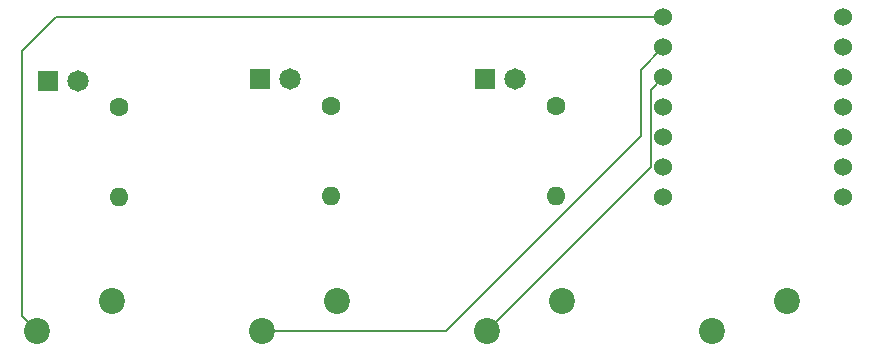
<source format=gbr>
%TF.GenerationSoftware,KiCad,Pcbnew,8.0.7*%
%TF.CreationDate,2025-06-30T14:07:42-04:00*%
%TF.ProjectId,pathfinder,70617468-6669-46e6-9465-722e6b696361,rev?*%
%TF.SameCoordinates,Original*%
%TF.FileFunction,Copper,L2,Bot*%
%TF.FilePolarity,Positive*%
%FSLAX46Y46*%
G04 Gerber Fmt 4.6, Leading zero omitted, Abs format (unit mm)*
G04 Created by KiCad (PCBNEW 8.0.7) date 2025-06-30 14:07:42*
%MOMM*%
%LPD*%
G01*
G04 APERTURE LIST*
%TA.AperFunction,ComponentPad*%
%ADD10C,1.524000*%
%TD*%
%TA.AperFunction,ComponentPad*%
%ADD11C,2.200000*%
%TD*%
%TA.AperFunction,ComponentPad*%
%ADD12O,1.600000X1.600000*%
%TD*%
%TA.AperFunction,ComponentPad*%
%ADD13C,1.600000*%
%TD*%
%TA.AperFunction,ComponentPad*%
%ADD14R,1.815000X1.815000*%
%TD*%
%TA.AperFunction,ComponentPad*%
%ADD15C,1.815000*%
%TD*%
%TA.AperFunction,Conductor*%
%ADD16C,0.200000*%
%TD*%
G04 APERTURE END LIST*
D10*
%TO.P,U1,14,VBUS*%
%TO.N,unconnected-(U1-VBUS-Pad14)*%
X193357500Y-92392500D03*
%TO.P,U1,13,GND*%
%TO.N,GND*%
X193357500Y-94932500D03*
%TO.P,U1,12,3V3*%
%TO.N,unconnected-(U1-3V3-Pad12)*%
X193357500Y-97472500D03*
%TO.P,U1,11,GPIO3/MOSI*%
%TO.N,unconnected-(U1-GPIO3{slash}MOSI-Pad11)*%
X193357500Y-100012500D03*
%TO.P,U1,10,GPIO4/MISO*%
%TO.N,unconnected-(U1-GPIO4{slash}MISO-Pad10)*%
X193357500Y-102552500D03*
%TO.P,U1,9,GPIO2/SCK*%
%TO.N,unconnected-(U1-GPIO2{slash}SCK-Pad9)*%
X193357500Y-105092500D03*
%TO.P,U1,8,GPIO1/RX*%
%TO.N,unconnected-(U1-GPIO1{slash}RX-Pad8)*%
X193357500Y-107632500D03*
%TO.P,U1,7,GPIO0/TX*%
%TO.N,LED3*%
X178117500Y-107632500D03*
%TO.P,U1,6,GPIO7/SCL*%
%TO.N,LED2*%
X178117500Y-105092500D03*
%TO.P,U1,5,GPIO6/SDA*%
%TO.N,LED1*%
X178117500Y-102552500D03*
%TO.P,U1,4,GPIO29/ADC3/A3*%
%TO.N,SWITCH4*%
X178117500Y-100012500D03*
%TO.P,U1,3,GPIO28/ADC2/A2*%
%TO.N,SWITCH3*%
X178117500Y-97472500D03*
%TO.P,U1,2,GPIO27/ADC1/A1*%
%TO.N,SWITCH2*%
X178117500Y-94932500D03*
%TO.P,U1,1,GPIO26/ADC0/A0*%
%TO.N,SWITCH1*%
X178117500Y-92392500D03*
%TD*%
D11*
%TO.P,SW4,1,1*%
%TO.N,GND*%
X188595000Y-116363750D03*
%TO.P,SW4,2,2*%
%TO.N,unconnected-(SW4-Pad2)*%
X182245000Y-118903750D03*
%TD*%
%TO.P,SW3,1,1*%
%TO.N,GND*%
X169545000Y-116363750D03*
%TO.P,SW3,2,2*%
%TO.N,SWITCH3*%
X163195000Y-118903750D03*
%TD*%
%TO.P,SW2,1,1*%
%TO.N,GND*%
X150495000Y-116363750D03*
%TO.P,SW2,2,2*%
%TO.N,SWITCH2*%
X144145000Y-118903750D03*
%TD*%
%TO.P,SW1,1,1*%
%TO.N,GND*%
X131445000Y-116363750D03*
%TO.P,SW1,2,2*%
%TO.N,SWITCH1*%
X125095000Y-118903750D03*
%TD*%
D12*
%TO.P,R3,2*%
%TO.N,LED3*%
X169068750Y-107473750D03*
D13*
%TO.P,R3,1*%
%TO.N,Net-(D3-PadA)*%
X169068750Y-99853750D03*
%TD*%
D12*
%TO.P,R2,2*%
%TO.N,LED2*%
X150018750Y-107473750D03*
D13*
%TO.P,R2,1*%
%TO.N,Net-(D2-PadA)*%
X150018750Y-99853750D03*
%TD*%
%TO.P,R1,1*%
%TO.N,Net-(D1-PadA)*%
X132080000Y-100012500D03*
D12*
%TO.P,R1,2*%
%TO.N,LED1*%
X132080000Y-107632500D03*
%TD*%
D14*
%TO.P,D2,C*%
%TO.N,GND*%
X143986250Y-97631250D03*
D15*
%TO.P,D2,A*%
%TO.N,Net-(D2-PadA)*%
X146526250Y-97631250D03*
%TD*%
%TO.P,D1,A*%
%TO.N,Net-(D1-PadA)*%
X128587500Y-97790000D03*
D14*
%TO.P,D1,C*%
%TO.N,GND*%
X126047500Y-97790000D03*
%TD*%
D15*
%TO.P,D3,A*%
%TO.N,Net-(D3-PadA)*%
X165576250Y-97631250D03*
D14*
%TO.P,D3,C*%
%TO.N,GND*%
X163036250Y-97631250D03*
%TD*%
D16*
%TO.N,SWITCH1*%
X126682500Y-92392500D02*
X178117500Y-92392500D01*
X123825000Y-117633750D02*
X123825000Y-95250000D01*
X123825000Y-95250000D02*
X126682500Y-92392500D01*
X125095000Y-118903750D02*
X123825000Y-117633750D01*
%TO.N,SWITCH2*%
X176212500Y-102393750D02*
X176212500Y-96837500D01*
X176212500Y-96837500D02*
X178117500Y-94932500D01*
X159702500Y-118903750D02*
X176212500Y-102393750D01*
X144145000Y-118903750D02*
X159702500Y-118903750D01*
%TO.N,SWITCH3*%
X177055500Y-105043250D02*
X177055500Y-98534500D01*
X163195000Y-118903750D02*
X177055500Y-105043250D01*
X177055500Y-98534500D02*
X178117500Y-97472500D01*
%TD*%
M02*

</source>
